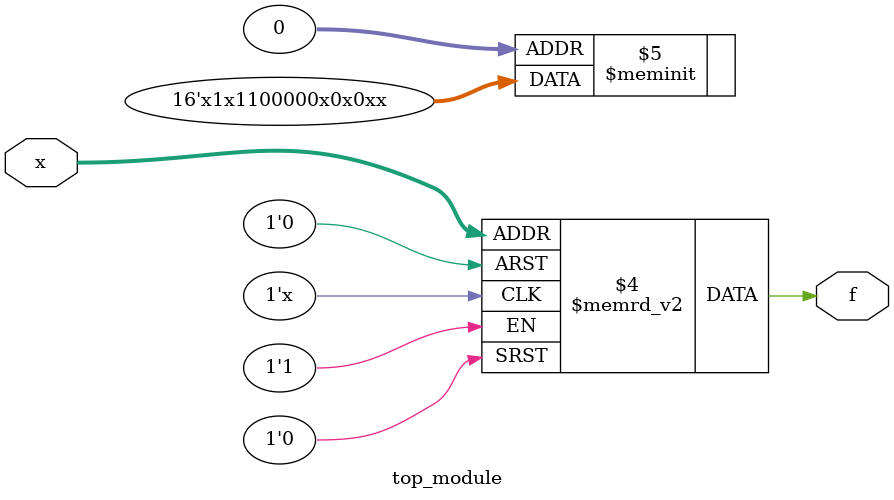
<source format=sv>
module top_module (
	input [4:1] x,
	output logic f
);

always_comb begin
	case (x)
		4'h0, 4'h1, 4'h3, 4'h5, 4'hd, 4'hf: f = 1'bx;
		4'h2, 4'h6: f = 0;
		4'h4, 4'h7, 4'h8, 4'h9, 4'ha: f = 0;
		4'hb, 4'hc, 4'he: f = 1;
	endcase
end

endmodule

</source>
